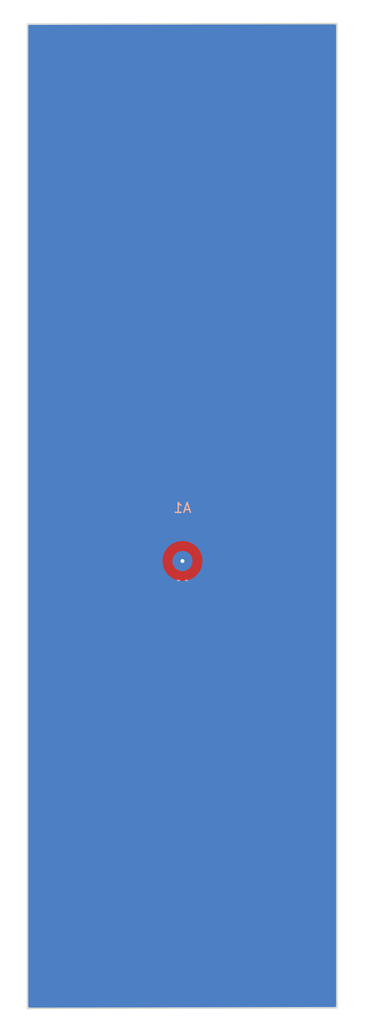
<source format=kicad_pcb>
(kicad_pcb (version 20190605) (host pcbnew "6.0.0-unknown")

  (general
    (thickness 1.6)
    (drawings 6)
    (tracks 0)
    (modules 1)
    (nets 2)
  )

  (page "A4")
  (layers
    (0 "F.Cu" signal)
    (31 "B.Cu" signal)
    (32 "B.Adhes" user)
    (33 "F.Adhes" user)
    (34 "B.Paste" user)
    (35 "F.Paste" user)
    (36 "B.SilkS" user)
    (37 "F.SilkS" user)
    (38 "B.Mask" user)
    (39 "F.Mask" user)
    (40 "Dwgs.User" user)
    (41 "Cmts.User" user)
    (42 "Eco1.User" user)
    (43 "Eco2.User" user)
    (44 "Edge.Cuts" user)
    (45 "Margin" user)
    (46 "B.CrtYd" user)
    (47 "F.CrtYd" user)
  )

  (setup
    (last_trace_width 0.25)
    (trace_clearance 0.2)
    (zone_clearance 0)
    (zone_45_only no)
    (trace_min 0.2)
    (via_size 0.8)
    (via_drill 0.4)
    (via_min_size 0.4)
    (via_min_drill 0.3)
    (uvia_size 0.3)
    (uvia_drill 0.1)
    (uvias_allowed no)
    (uvia_min_size 0.2)
    (uvia_min_drill 0.1)
    (max_error 0.005)
    (defaults
      (edge_clearance 0.01)
      (edge_cuts_line_width 0.05)
      (courtyard_line_width 0.05)
      (copper_line_width 0.2)
      (copper_text_dims (size 1.5 1.5) (thickness 0.3) keep_upright)
      (silk_line_width 0.12)
      (silk_text_dims (size 1 1) (thickness 0.15) keep_upright)
      (other_layers_line_width 0.1)
      (other_layers_text_dims (size 1 1) (thickness 0.15) keep_upright)
    )
    (pad_size 1.524 1.524)
    (pad_drill 0)
    (pad_to_mask_clearance 0)
    (solder_mask_min_width 0.25)
    (aux_axis_origin 53.55 111.95)
    (grid_origin 53.55 111.95)
    (visible_elements FFFFFF7F)
    (pcbplotparams
      (layerselection 0x010fc_ffffffff)
      (usegerberextensions false)
      (usegerberattributes false)
      (usegerberadvancedattributes false)
      (creategerberjobfile false)
      (excludeedgelayer true)
      (linewidth 0.100000)
      (plotframeref false)
      (viasonmask false)
      (mode 1)
      (useauxorigin false)
      (hpglpennumber 1)
      (hpglpenspeed 20)
      (hpglpendiameter 15.000000)
      (psnegative false)
      (psa4output false)
      (plotreference true)
      (plotvalue true)
      (plotinvisibletext false)
      (padsonsilk false)
      (subtractmaskfromsilk false)
      (outputformat 1)
      (mirror false)
      (drillshape 1)
      (scaleselection 1)
      (outputdirectory ""))
  )

  (net 0 "")
  (net 1 "GND")

  (net_class "Default" "This is the default net class."
    (clearance 0.2)
    (trace_width 0.25)
    (via_dia 0.8)
    (via_drill 0.4)
    (uvia_dia 0.3)
    (uvia_drill 0.1)
    (add_net "GND")
  )

  (module "antennas:patch_1x5" (layer "F.Cu") (tedit 5CB164A6) (tstamp 5CB16E22)
    (at 53.55 111.95)
    (path "/5CB15CD2")
    (fp_text reference "AE1" (at 0 -4.02) (layer "F.SilkS") hide
      (effects (font (size 1 1) (thickness 0.15)))
    )
    (fp_text value "Antenna_Chip" (at 0 -5.02) (layer "F.Fab")
      (effects (font (size 1 1) (thickness 0.15)))
    )
    (fp_poly (pts (xy -0.27 -50.95) (xy -0.27 41.91) (xy 0.27 41.91) (xy 0.27 -50.95)) (layer "F.Cu") (width 0))
    (fp_poly (pts (xy -6 41.91) (xy -6 29.01) (xy 6 29.01) (xy 6 41.91)) (layer "F.Cu") (width 0))
    (fp_poly (pts (xy -6 -50.95) (xy -6 -38.05) (xy 6 -38.05) (xy 6 -50.95)) (layer "F.Cu") (width 0))
    (fp_poly (pts (xy -7.01 21.92) (xy -7.01 9.83) (xy 7.01 9.83) (xy 7.01 21.92)) (layer "F.Cu") (width 0))
    (fp_poly (pts (xy -7.01 -30.96) (xy -7.01 -18.87) (xy 7.01 -18.87) (xy 7.01 -30.96)) (layer "F.Cu") (width 0))
    (fp_poly (pts (xy -8 -10.97) (xy -8 1.93) (xy 8 1.93) (xy 8 -10.97)) (layer "F.Cu") (width 0))
    (pad "1" thru_hole circle (at 0 0) (size 2.05 2.05) (drill 0.4) (layers *.Cu "B.Mask")
      (solder_mask_margin 1) (clearance 1))
    (pad "2" smd custom (at 0.01 -3.08) (size 1.524 1.524) (layers "B.Cu" "B.Mask")
      (net 1 "GND") (zone_connect 2)
      (options (clearance outline) (anchor circle))
      (primitives
        (gr_poly (pts
           (xy -4.09 -1) (xy -4.09 7.16) (xy -2.05 5.12) (xy -2.05 1.04)) (width 0))
        (gr_poly (pts
           (xy -4.09 7.16) (xy 4.07 7.16) (xy 2.03 5.12) (xy -2.05 5.12)) (width 0))
        (gr_poly (pts
           (xy 4.07 7.16) (xy 4.07 -1) (xy 2.03 1.04) (xy 2.03 5.12)) (width 0))
        (gr_poly (pts
           (xy 4.07 -1) (xy -4.09 -1) (xy -2.05 1.04) (xy 2.03 1.04)) (width 0))
      ))
  )

  (gr_text "A1" (at 53.55 106.55) (layer "B.SilkS") (tstamp 5CA5F70D)
    (effects (font (size 1 1) (thickness 0.15)) (justify mirror))
  )
  (gr_line (start 69.25 157.35) (end 69.25 57.35) (layer "Edge.Cuts") (width 0.15) (tstamp 5CA5A390))
  (gr_line (start 37.8 57.4) (end 37.8 57.4) (layer "Edge.Cuts") (width 0.15))
  (gr_line (start 37.8 157.4) (end 37.8 57.4) (layer "Edge.Cuts") (width 0.15))
  (gr_line (start 69.25 157.35) (end 37.8 157.4) (layer "Edge.Cuts") (width 0.15))
  (gr_line (start 37.8 57.4) (end 69.25 57.35) (layer "Edge.Cuts") (width 0.15))

  (zone (net 1) (net_name "GND") (layer "B.Cu") (tstamp 0) (hatch edge 0.508)
    (connect_pads yes (clearance 0))
    (min_thickness 0.254)
    (fill yes (thermal_gap 0.508) (thermal_bridge_width 0.508))
    (polygon
      (pts
        (xy 35 55) (xy 35 159) (xy 73.55 158.95) (xy 73.55 54.95)
      )
    )
    (filled_polygon
      (pts
        (xy 69.048 157.148321) (xy 38.002 157.19768) (xy 38.002 111.738046) (xy 51.398 111.738046) (xy 51.398 112.161954)
        (xy 51.4807 112.577715) (xy 51.642922 112.969354) (xy 51.878432 113.32182) (xy 52.17818 113.621568) (xy 52.530646 113.857078)
        (xy 52.922285 114.0193) (xy 53.338046 114.102) (xy 53.761954 114.102) (xy 54.177715 114.0193) (xy 54.569354 113.857078)
        (xy 54.92182 113.621568) (xy 55.221568 113.32182) (xy 55.457078 112.969354) (xy 55.6193 112.577715) (xy 55.702 112.161954)
        (xy 55.702 111.738046) (xy 55.6193 111.322285) (xy 55.457078 110.930646) (xy 55.221568 110.57818) (xy 54.92182 110.278432)
        (xy 54.569354 110.042922) (xy 54.177715 109.8807) (xy 53.761954 109.798) (xy 53.338046 109.798) (xy 52.922285 109.8807)
        (xy 52.530646 110.042922) (xy 52.17818 110.278432) (xy 51.878432 110.57818) (xy 51.642922 110.930646) (xy 51.4807 111.322285)
        (xy 51.398 111.738046) (xy 38.002 111.738046) (xy 38.002 57.601679) (xy 69.048001 57.55232)
      )
    )
  )
)

</source>
